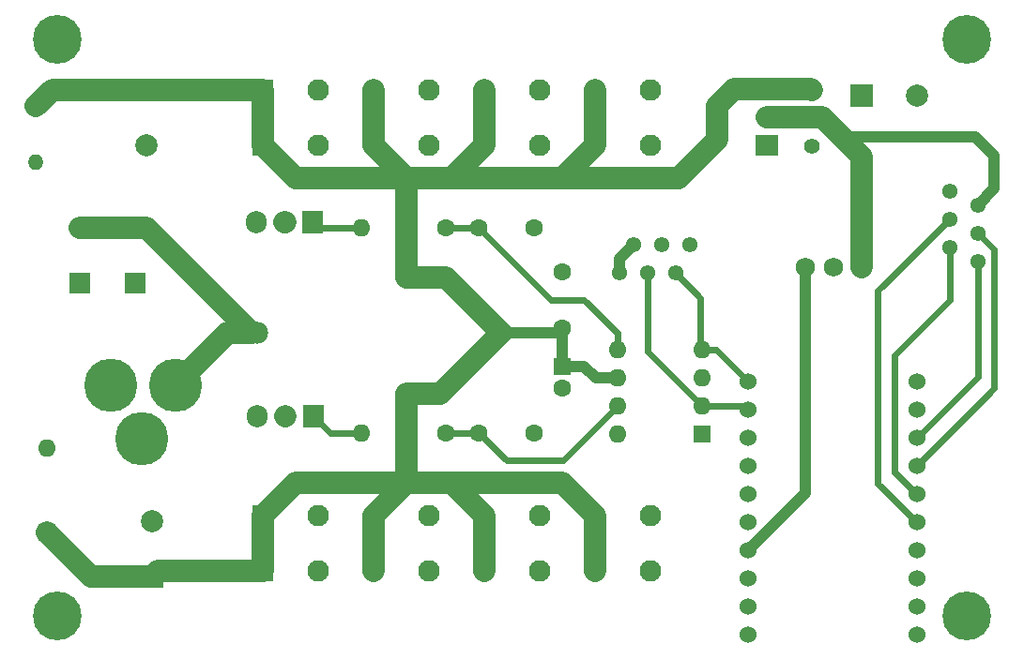
<source format=gbr>
%TF.GenerationSoftware,KiCad,Pcbnew,(5.1.6-0-10_14)*%
%TF.CreationDate,2020-08-18T03:30:43-05:00*%
%TF.ProjectId,Main,4d61696e-2e6b-4696-9361-645f70636258,rev?*%
%TF.SameCoordinates,Original*%
%TF.FileFunction,Copper,L1,Top*%
%TF.FilePolarity,Positive*%
%FSLAX46Y46*%
G04 Gerber Fmt 4.6, Leading zero omitted, Abs format (unit mm)*
G04 Created by KiCad (PCBNEW (5.1.6-0-10_14)) date 2020-08-18 03:30:43*
%MOMM*%
%LPD*%
G01*
G04 APERTURE LIST*
%TA.AperFunction,ComponentPad*%
%ADD10C,1.970000*%
%TD*%
%TA.AperFunction,ComponentPad*%
%ADD11C,4.800000*%
%TD*%
%TA.AperFunction,ComponentPad*%
%ADD12C,1.950000*%
%TD*%
%TA.AperFunction,ComponentPad*%
%ADD13R,1.950000X1.950000*%
%TD*%
%TA.AperFunction,ComponentPad*%
%ADD14C,4.400000*%
%TD*%
%TA.AperFunction,ComponentPad*%
%ADD15C,1.524000*%
%TD*%
%TA.AperFunction,ComponentPad*%
%ADD16C,1.750000*%
%TD*%
%TA.AperFunction,ComponentPad*%
%ADD17C,1.381000*%
%TD*%
%TA.AperFunction,ComponentPad*%
%ADD18O,1.600000X1.600000*%
%TD*%
%TA.AperFunction,ComponentPad*%
%ADD19R,1.600000X1.600000*%
%TD*%
%TA.AperFunction,ComponentPad*%
%ADD20O,1.400000X1.400000*%
%TD*%
%TA.AperFunction,ComponentPad*%
%ADD21C,1.400000*%
%TD*%
%TA.AperFunction,ComponentPad*%
%ADD22C,1.600000*%
%TD*%
%TA.AperFunction,ComponentPad*%
%ADD23O,1.905000X2.000000*%
%TD*%
%TA.AperFunction,ComponentPad*%
%ADD24R,1.905000X2.000000*%
%TD*%
%TA.AperFunction,ComponentPad*%
%ADD25O,2.000000X1.905000*%
%TD*%
%TA.AperFunction,ComponentPad*%
%ADD26R,2.000000X1.905000*%
%TD*%
%TA.AperFunction,ComponentPad*%
%ADD27C,2.000000*%
%TD*%
%TA.AperFunction,ComponentPad*%
%ADD28R,2.000000X2.000000*%
%TD*%
%TA.AperFunction,Conductor*%
%ADD29C,2.000000*%
%TD*%
%TA.AperFunction,Conductor*%
%ADD30C,1.000000*%
%TD*%
%TA.AperFunction,Conductor*%
%ADD31C,0.600000*%
%TD*%
G04 APERTURE END LIST*
D10*
%TO.P,F1,2*%
%TO.N,Net-(F1-Pad2)*%
X58000000Y-64500000D03*
%TO.P,F1,1*%
%TO.N,12V*%
X79840000Y-64500000D03*
%TD*%
D11*
%TO.P,J2,3*%
%TO.N,Com*%
X47600000Y-74000000D03*
%TO.P,J2,2*%
X44800000Y-69200000D03*
%TO.P,J2,1*%
%TO.N,Net-(F1-Pad2)*%
X50600000Y-69200000D03*
%TD*%
D12*
%TO.P,J1,2*%
%TO.N,Net-(F1-Pad2)*%
X47000000Y-55000000D03*
D13*
%TO.P,J1,1*%
%TO.N,Com*%
X47000000Y-60000000D03*
D12*
%TO.P,J1,2*%
%TO.N,Net-(F1-Pad2)*%
X42000000Y-55000000D03*
D13*
%TO.P,J1,1*%
%TO.N,Com*%
X42000000Y-60000000D03*
%TD*%
D14*
%TO.P,H4,1*%
%TO.N,N/C*%
X40000000Y-38000000D03*
%TD*%
%TO.P,H3,1*%
%TO.N,N/C*%
X122000000Y-38000000D03*
%TD*%
%TO.P,H2,1*%
%TO.N,N/C*%
X122000000Y-90000000D03*
%TD*%
%TO.P,H1,1*%
%TO.N,N/C*%
X40000000Y-90000000D03*
%TD*%
D15*
%TO.P,XA1,11*%
%TO.N,Net-(XA1-Pad11)*%
X117494000Y-91746000D03*
%TO.P,XA1,12*%
%TO.N,Net-(XA1-Pad12)*%
X117494000Y-89206000D03*
%TO.P,XA1,13*%
%TO.N,Net-(XA1-Pad13)*%
X117494000Y-86666000D03*
%TO.P,XA1,14*%
%TO.N,Net-(XA1-Pad14)*%
X117494000Y-84126000D03*
%TO.P,XA1,15*%
%TO.N,On_Off*%
X117494000Y-81586000D03*
%TO.P,XA1,16*%
%TO.N,Auto_Man*%
X117494000Y-79046000D03*
%TO.P,XA1,17*%
%TO.N,Color*%
X117494000Y-76506000D03*
%TO.P,XA1,18*%
%TO.N,Brightness*%
X117494000Y-73966000D03*
%TO.P,XA1,19*%
%TO.N,Net-(XA1-Pad19)*%
X117494000Y-71426000D03*
%TO.P,XA1,20*%
%TO.N,Net-(XA1-Pad20)*%
X117494000Y-68886000D03*
%TO.P,XA1,1*%
%TO.N,PWM-Warm*%
X102254000Y-68886000D03*
%TO.P,XA1,2*%
%TO.N,PWM-Cool*%
X102254000Y-71426000D03*
%TO.P,XA1,3*%
%TO.N,Net-(XA1-Pad3)*%
X102254000Y-73966000D03*
%TO.P,XA1,4*%
%TO.N,Net-(XA1-Pad4)*%
X102254000Y-76506000D03*
%TO.P,XA1,5*%
%TO.N,Net-(XA1-Pad5)*%
X102254000Y-79046000D03*
%TO.P,XA1,6*%
%TO.N,Net-(XA1-Pad6)*%
X102254000Y-81586000D03*
%TO.P,XA1,7*%
%TO.N,3.3V*%
X102254000Y-84126000D03*
%TO.P,XA1,8*%
%TO.N,Net-(XA1-Pad8)*%
X102254000Y-86666000D03*
%TO.P,XA1,9*%
%TO.N,Com*%
X102254000Y-89206000D03*
%TO.P,XA1,10*%
%TO.N,Net-(XA1-Pad10)*%
X102254000Y-91746000D03*
%TD*%
D16*
%TO.P,U1,3*%
%TO.N,3.3V*%
X107460000Y-58500000D03*
%TO.P,U1,1*%
%TO.N,12ish*%
X112540000Y-58500000D03*
%TO.P,U1,2*%
%TO.N,Com*%
X110000000Y-58500000D03*
%TD*%
D13*
%TO.P,J7,1*%
%TO.N,12V*%
X58500000Y-81000000D03*
D12*
%TO.P,J7,2*%
%TO.N,Net-(J7-Pad2)*%
X63500000Y-81000000D03*
%TO.P,J7,3*%
%TO.N,12V*%
X68500000Y-81000000D03*
%TO.P,J7,4*%
%TO.N,Net-(J7-Pad2)*%
X73500000Y-81000000D03*
%TO.P,J7,5*%
%TO.N,12V*%
X78500000Y-81000000D03*
%TO.P,J7,6*%
%TO.N,Net-(J7-Pad2)*%
X83500000Y-81000000D03*
%TO.P,J7,7*%
%TO.N,12V*%
X88500000Y-81000000D03*
%TO.P,J7,8*%
%TO.N,Net-(J7-Pad2)*%
X93500000Y-81000000D03*
D13*
%TO.P,J7,1*%
%TO.N,12V*%
X58500000Y-86000000D03*
D12*
%TO.P,J7,2*%
%TO.N,Net-(J7-Pad2)*%
X63500000Y-86000000D03*
%TO.P,J7,3*%
%TO.N,12V*%
X68500000Y-86000000D03*
%TO.P,J7,4*%
%TO.N,Net-(J7-Pad2)*%
X73500000Y-86000000D03*
%TO.P,J7,5*%
%TO.N,12V*%
X78500000Y-86000000D03*
%TO.P,J7,6*%
%TO.N,Net-(J7-Pad2)*%
X83500000Y-86000000D03*
%TO.P,J7,7*%
%TO.N,12V*%
X88500000Y-86000000D03*
%TO.P,J7,8*%
%TO.N,Net-(J7-Pad2)*%
X93500000Y-86000000D03*
%TD*%
D13*
%TO.P,J6,1*%
%TO.N,12V*%
X58500000Y-42500000D03*
D12*
%TO.P,J6,2*%
%TO.N,Net-(J6-Pad2)*%
X63500000Y-42500000D03*
%TO.P,J6,3*%
%TO.N,12V*%
X68500000Y-42500000D03*
%TO.P,J6,4*%
%TO.N,Net-(J6-Pad2)*%
X73500000Y-42500000D03*
%TO.P,J6,5*%
%TO.N,12V*%
X78500000Y-42500000D03*
%TO.P,J6,6*%
%TO.N,Net-(J6-Pad2)*%
X83500000Y-42500000D03*
%TO.P,J6,7*%
%TO.N,12V*%
X88500000Y-42500000D03*
%TO.P,J6,8*%
%TO.N,Net-(J6-Pad2)*%
X93500000Y-42500000D03*
D13*
%TO.P,J6,1*%
%TO.N,12V*%
X58500000Y-47500000D03*
D12*
%TO.P,J6,2*%
%TO.N,Net-(J6-Pad2)*%
X63500000Y-47500000D03*
%TO.P,J6,3*%
%TO.N,12V*%
X68500000Y-47500000D03*
%TO.P,J6,4*%
%TO.N,Net-(J6-Pad2)*%
X73500000Y-47500000D03*
%TO.P,J6,5*%
%TO.N,12V*%
X78500000Y-47500000D03*
%TO.P,J6,6*%
%TO.N,Net-(J6-Pad2)*%
X83500000Y-47500000D03*
%TO.P,J6,7*%
%TO.N,12V*%
X88500000Y-47500000D03*
%TO.P,J6,8*%
%TO.N,Net-(J6-Pad2)*%
X93500000Y-47500000D03*
%TD*%
D17*
%TO.P,J4,1*%
%TO.N,Com*%
X97000000Y-56500000D03*
%TO.P,J4,2*%
%TO.N,PWM-Warm*%
X95730000Y-59040000D03*
%TO.P,J4,3*%
%TO.N,Com*%
X94460000Y-56500000D03*
%TO.P,J4,4*%
%TO.N,PWM-Cool*%
X93190000Y-59040000D03*
%TO.P,J4,5*%
%TO.N,12V*%
X91920000Y-56500000D03*
%TO.P,J4,6*%
X90650000Y-59040000D03*
%TD*%
%TO.P,J3,1*%
%TO.N,Brightness*%
X123000000Y-58000000D03*
%TO.P,J3,2*%
%TO.N,Auto_Man*%
X120460000Y-56730000D03*
%TO.P,J3,3*%
%TO.N,Color*%
X123000000Y-55460000D03*
%TO.P,J3,4*%
%TO.N,On_Off*%
X120460000Y-54190000D03*
%TO.P,J3,5*%
%TO.N,12ish*%
X123000000Y-52920000D03*
%TO.P,J3,6*%
%TO.N,Com*%
X120460000Y-51650000D03*
%TD*%
D18*
%TO.P,U2,8*%
%TO.N,N/C*%
X90500000Y-73620000D03*
%TO.P,U2,4*%
%TO.N,PWM-Warm*%
X98120000Y-66000000D03*
%TO.P,U2,7*%
%TO.N,GD-Cool*%
X90500000Y-71080000D03*
%TO.P,U2,3*%
%TO.N,Com*%
X98120000Y-68540000D03*
%TO.P,U2,6*%
%TO.N,12V*%
X90500000Y-68540000D03*
%TO.P,U2,2*%
%TO.N,PWM-Cool*%
X98120000Y-71080000D03*
%TO.P,U2,5*%
%TO.N,GD-Warm*%
X90500000Y-66000000D03*
D19*
%TO.P,U2,1*%
%TO.N,N/C*%
X98120000Y-73620000D03*
%TD*%
D20*
%TO.P,R-Bleeder1,2*%
%TO.N,Com*%
X38000000Y-49080000D03*
D21*
%TO.P,R-Bleeder1,1*%
%TO.N,12V*%
X38000000Y-44000000D03*
%TD*%
D18*
%TO.P,R3,2*%
%TO.N,Net-(Q3-Pad1)*%
X67380000Y-73500000D03*
D22*
%TO.P,R3,1*%
%TO.N,GD-Cool*%
X75000000Y-73500000D03*
%TD*%
D18*
%TO.P,R2,2*%
%TO.N,Net-(Q2-Pad1)*%
X67380000Y-55000000D03*
D22*
%TO.P,R2,1*%
%TO.N,GD-Warm*%
X75000000Y-55000000D03*
%TD*%
D20*
%TO.P,R1,2*%
%TO.N,12V*%
X108000000Y-42500000D03*
D21*
%TO.P,R1,1*%
%TO.N,Net-(C1-Pad1)*%
X108000000Y-47580000D03*
%TD*%
D23*
%TO.P,Q3,3*%
%TO.N,Com*%
X58000000Y-72000000D03*
%TO.P,Q3,2*%
%TO.N,Net-(J7-Pad2)*%
X60540000Y-72000000D03*
D24*
%TO.P,Q3,1*%
%TO.N,Net-(Q3-Pad1)*%
X63080000Y-72000000D03*
%TD*%
D23*
%TO.P,Q2,3*%
%TO.N,Com*%
X57920000Y-54500000D03*
%TO.P,Q2,2*%
%TO.N,Net-(J6-Pad2)*%
X60460000Y-54500000D03*
D24*
%TO.P,Q2,1*%
%TO.N,Net-(Q2-Pad1)*%
X63000000Y-54500000D03*
%TD*%
D25*
%TO.P,Q1,3*%
%TO.N,12V*%
X104000000Y-42460000D03*
%TO.P,Q1,2*%
%TO.N,12ish*%
X104000000Y-45000000D03*
D26*
%TO.P,Q1,1*%
%TO.N,Net-(C1-Pad1)*%
X104000000Y-47540000D03*
%TD*%
D18*
%TO.P,D1,2*%
%TO.N,Com*%
X39000000Y-74880000D03*
D19*
%TO.P,D1,1*%
%TO.N,12V*%
X39000000Y-82500000D03*
%TD*%
D22*
%TO.P,C7,2*%
%TO.N,Com*%
X83000000Y-73500000D03*
%TO.P,C7,1*%
%TO.N,GD-Cool*%
X78000000Y-73500000D03*
%TD*%
%TO.P,C6,2*%
%TO.N,Com*%
X83000000Y-55000000D03*
%TO.P,C6,1*%
%TO.N,GD-Warm*%
X78000000Y-55000000D03*
%TD*%
D27*
%TO.P,C5,2*%
%TO.N,Com*%
X48500000Y-81500000D03*
D28*
%TO.P,C5,1*%
%TO.N,12V*%
X48500000Y-86500000D03*
%TD*%
D27*
%TO.P,C4,2*%
%TO.N,Com*%
X48000000Y-47500000D03*
D28*
%TO.P,C4,1*%
%TO.N,12V*%
X48000000Y-42500000D03*
%TD*%
D22*
%TO.P,C3,2*%
%TO.N,Com*%
X85500000Y-69500000D03*
D19*
%TO.P,C3,1*%
%TO.N,12V*%
X85500000Y-67500000D03*
%TD*%
D22*
%TO.P,C2,2*%
%TO.N,Com*%
X85500000Y-59000000D03*
%TO.P,C2,1*%
%TO.N,12V*%
X85500000Y-64000000D03*
%TD*%
D27*
%TO.P,C1,2*%
%TO.N,Com*%
X117500000Y-43000000D03*
D28*
%TO.P,C1,1*%
%TO.N,Net-(C1-Pad1)*%
X112500000Y-43000000D03*
%TD*%
D29*
%TO.N,12V*%
X68500000Y-81000000D02*
X71500000Y-78000000D01*
X71500000Y-78000000D02*
X71500000Y-70000000D01*
X74500000Y-70000000D02*
X80000000Y-64500000D01*
X71500000Y-70000000D02*
X74500000Y-70000000D01*
X68500000Y-47500000D02*
X71500000Y-50500000D01*
X71500000Y-50500000D02*
X71500000Y-59500000D01*
X75000000Y-59500000D02*
X80000000Y-64500000D01*
X71500000Y-59500000D02*
X75000000Y-59500000D01*
X68500000Y-81000000D02*
X68500000Y-86000000D01*
X78500000Y-81000000D02*
X78500000Y-86000000D01*
X88500000Y-81000000D02*
X88500000Y-86000000D01*
X75500000Y-78000000D02*
X78500000Y-81000000D01*
X71500000Y-78000000D02*
X75500000Y-78000000D01*
X85500000Y-78000000D02*
X88500000Y-81000000D01*
X75500000Y-78000000D02*
X85500000Y-78000000D01*
X61500000Y-78000000D02*
X58500000Y-81000000D01*
X71500000Y-78000000D02*
X61500000Y-78000000D01*
X58500000Y-81000000D02*
X58500000Y-86000000D01*
X49000000Y-86000000D02*
X48500000Y-86500000D01*
X58500000Y-86000000D02*
X49000000Y-86000000D01*
X43000000Y-86500000D02*
X39000000Y-82500000D01*
X48500000Y-86500000D02*
X43000000Y-86500000D01*
X68500000Y-47500000D02*
X68500000Y-42500000D01*
X58500000Y-47500000D02*
X58500000Y-42500000D01*
X78500000Y-47500000D02*
X78500000Y-42500000D01*
X88500000Y-47500000D02*
X88500000Y-42500000D01*
X75500000Y-50500000D02*
X78500000Y-47500000D01*
X71500000Y-50500000D02*
X75500000Y-50500000D01*
X85500000Y-50500000D02*
X88500000Y-47500000D01*
X75500000Y-50500000D02*
X85500000Y-50500000D01*
X61500000Y-50500000D02*
X58500000Y-47500000D01*
X71500000Y-50500000D02*
X61500000Y-50500000D01*
X58500000Y-42500000D02*
X48000000Y-42500000D01*
X39500000Y-42500000D02*
X38000000Y-44000000D01*
X48000000Y-42500000D02*
X39500000Y-42500000D01*
X85500000Y-50500000D02*
X96000000Y-50500000D01*
X96000000Y-50500000D02*
X99500000Y-47000000D01*
X101000000Y-42460000D02*
X104000000Y-42460000D01*
X99500000Y-43960000D02*
X101000000Y-42460000D01*
X99500000Y-47000000D02*
X99500000Y-43960000D01*
X107960000Y-42460000D02*
X108000000Y-42500000D01*
X104000000Y-42460000D02*
X107960000Y-42460000D01*
D30*
X85000000Y-64500000D02*
X85500000Y-64000000D01*
X80000000Y-64500000D02*
X85000000Y-64500000D01*
X85500000Y-64000000D02*
X85500000Y-67500000D01*
X85500000Y-67500000D02*
X87500000Y-67500000D01*
X88540000Y-68540000D02*
X90500000Y-68540000D01*
X87500000Y-67500000D02*
X88540000Y-68540000D01*
X90650000Y-57770000D02*
X91920000Y-56500000D01*
X90650000Y-59040000D02*
X90650000Y-57770000D01*
D31*
%TO.N,GD-Warm*%
X90500000Y-66000000D02*
X90500000Y-64500000D01*
X90500000Y-64500000D02*
X87500000Y-61500000D01*
X84500000Y-61500000D02*
X78000000Y-55000000D01*
X87500000Y-61500000D02*
X84500000Y-61500000D01*
X78000000Y-55000000D02*
X75000000Y-55000000D01*
%TO.N,GD-Cool*%
X90500000Y-71080000D02*
X85580000Y-76000000D01*
X80500000Y-76000000D02*
X78000000Y-73500000D01*
X85580000Y-76000000D02*
X80500000Y-76000000D01*
X78000000Y-73500000D02*
X75000000Y-73500000D01*
D29*
%TO.N,Net-(F1-Pad2)*%
X42000000Y-55000000D02*
X47000000Y-55000000D01*
X48000000Y-55000000D02*
X57500000Y-64500000D01*
X47000000Y-55000000D02*
X48000000Y-55000000D01*
X55300000Y-64500000D02*
X50600000Y-69200000D01*
X57500000Y-64500000D02*
X55300000Y-64500000D01*
%TO.N,12ish*%
X104000000Y-45000000D02*
X109000000Y-45000000D01*
X112540000Y-51960000D02*
X112540000Y-58500000D01*
X112540000Y-48540000D02*
X112540000Y-51960000D01*
D30*
X122750000Y-46750000D02*
X110750000Y-46750000D01*
X124500000Y-51420000D02*
X124500000Y-48500000D01*
X124500000Y-48500000D02*
X122750000Y-46750000D01*
D29*
X110750000Y-46750000D02*
X112540000Y-48540000D01*
D30*
X123000000Y-52920000D02*
X124500000Y-51420000D01*
D29*
X109000000Y-45000000D02*
X110750000Y-46750000D01*
D31*
%TO.N,Brightness*%
X123000000Y-68460000D02*
X123000000Y-58000000D01*
X117494000Y-73966000D02*
X123000000Y-68460000D01*
%TO.N,Color*%
X123000000Y-55460000D02*
X124500000Y-56960000D01*
X124500000Y-69500000D02*
X117494000Y-76506000D01*
X124500000Y-56960000D02*
X124500000Y-69500000D01*
%TO.N,On_Off*%
X114000000Y-78092000D02*
X117494000Y-81586000D01*
X114000000Y-60650000D02*
X114000000Y-78092000D01*
X120460000Y-54190000D02*
X114000000Y-60650000D01*
%TO.N,Auto_Man*%
X120460000Y-56730000D02*
X120460000Y-61540000D01*
X120460000Y-61540000D02*
X115500000Y-66500000D01*
X115500000Y-77052000D02*
X117494000Y-79046000D01*
X115500000Y-66500000D02*
X115500000Y-77052000D01*
%TO.N,PWM-Warm*%
X99368000Y-66000000D02*
X102254000Y-68886000D01*
X98120000Y-66000000D02*
X99368000Y-66000000D01*
X95730000Y-59040000D02*
X98000000Y-61310000D01*
X98000000Y-65880000D02*
X98120000Y-66000000D01*
X98000000Y-61310000D02*
X98000000Y-65880000D01*
%TO.N,PWM-Cool*%
X101908000Y-71080000D02*
X102254000Y-71426000D01*
X98120000Y-71080000D02*
X101908000Y-71080000D01*
X93190000Y-66150000D02*
X98120000Y-71080000D01*
X93190000Y-59040000D02*
X93190000Y-66150000D01*
D29*
%TO.N,Net-(J6-Pad2)*%
X60500000Y-54460000D02*
X60460000Y-54500000D01*
D31*
%TO.N,Net-(Q2-Pad1)*%
X63500000Y-55000000D02*
X63000000Y-54500000D01*
X67380000Y-55000000D02*
X63500000Y-55000000D01*
D29*
%TO.N,Net-(J7-Pad2)*%
X60500000Y-72040000D02*
X60540000Y-72000000D01*
D31*
%TO.N,Net-(Q3-Pad1)*%
X64580000Y-73500000D02*
X63080000Y-72000000D01*
X67380000Y-73500000D02*
X64580000Y-73500000D01*
D30*
%TO.N,3.3V*%
X107460000Y-78920000D02*
X107460000Y-58500000D01*
X102254000Y-84126000D02*
X107460000Y-78920000D01*
%TD*%
M02*

</source>
